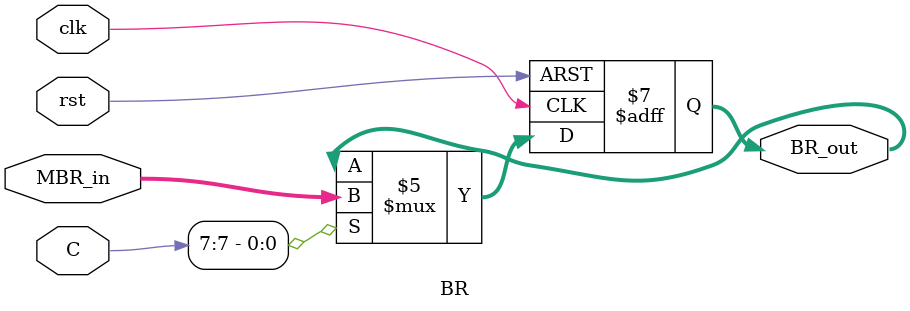
<source format=v>
`timescale 1ns / 1ps

module BR (
    input clk,
    input rst,
    input [15:0] C,
    input [15:0] MBR_in,
    output reg [15:0] BR_out
);

  reg [15:0] BR_reg;
 // reg [15:0] BR_temp;
  // assign BR_out = BR_reg;
  // always @(posedge clk or negedge rst) begin
  //   if (!rst) begin
  //     BR_reg  <= 0;
  //     BR_temp <= 0;
  //   end
  // else begin
  //   if (C[7] == 1) BR_reg <= MBR_in;
  //   else BR_reg <= 0;
  // end
  // end
  always @(posedge clk or negedge rst) begin
    if (!rst) begin
      BR_out  <= 0;
    end else begin
      if (C[7] == 1) BR_out <= MBR_in;
      else BR_out <=BR_out;
    end
  end
endmodule


</source>
